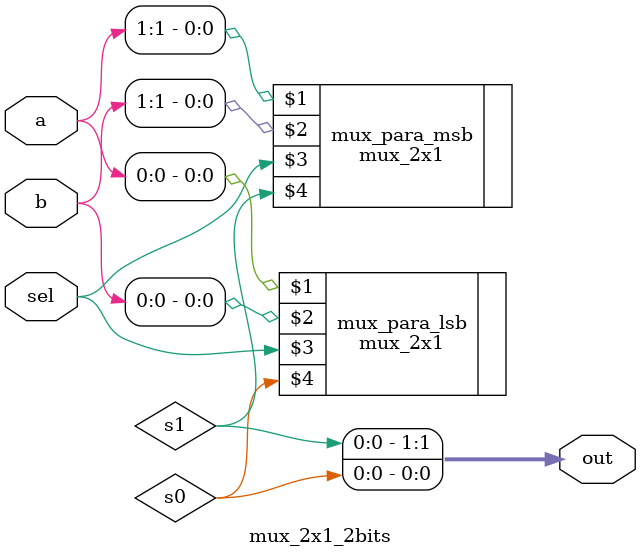
<source format=v>

module mux_2x1_2bits(a, b, sel, out);
 input [1:0] a;
 input [1:0] b;
 input sel;
 output [1:0] out;
 
 wire s0, s1;
 
 mux_2x1 mux_para_lsb(a[0], b[0], sel, s0);
 mux_2x1 mux_para_msb(a[1], b[1], sel, s1);
 
 assign out = {s1, s0};
 
endmodule
 
</source>
